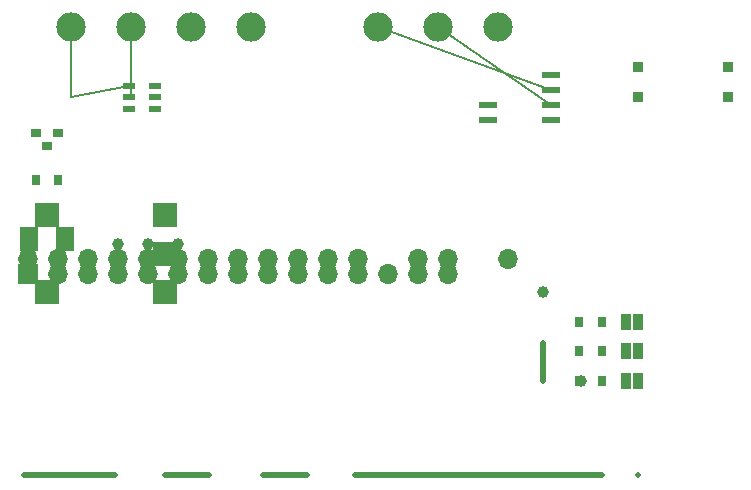
<source format=gtl>
G04 PiDoors HAT v2.0 - Top Copper Layer*
G04 Generated: 2026-01-10*
G04 Board Size: 65mm x 56.5mm*
%FSLAX46Y46*%
%MOIN*%
%TF.GenerationSoftware,PiDoors,PCBGenerator,2.0*%
%TF.SameCoordinates,Original*%
%TF.FileFunction,Copper,L1,Top*%
%TF.FilePolarity,Positive*%
G04 Aperture Definitions*
%ADD10C,0.006*%
%ADD11C,0.010*%
%ADD12C,0.020*%
%ADD13R,0.067X0.067*%
%ADD14O,0.067X0.067*%
%ADD15R,0.138X0.138*%
%ADD16R,0.063X0.134*%
%ADD17R,0.091X0.098*%
%ADD18C,0.039*%
%ADD19R,0.037X0.037*%
%ADD20O,0.098X0.098*%
%ADD21R,0.059X0.024*%
%ADD22R,0.039X0.024*%
%ADD23R,0.035X0.031*%
%ADD24R,0.037X0.055*%
%ADD25C,0.098*%
%ADD26R,0.079X0.079*%
%ADD27R,0.063X0.079*%
%ADD28R,0.031X0.037*%
%ADD29R,0.142X0.079*%
G04 Board Outline Reference (Edge.Cuts layer)*
G04 Rectangle: (0,0) to (65mm, 56.5mm)*
G04 Mounting Holes: H1(3.5,3.5) H2(61.5,3.5) H3(3.5,53) H4(61.5,53)*
G04*
G04 Power Section - 12V Input and Regulation*
D12*
X315000Y393701D02*
X620079Y393701D01*
G04 +12V trace from J2 barrel jack to F1 fuse*
X787402Y393701D02*
X933071Y393701D01*
G04 +12V_FUSED from F1 to D1 TVS*
X1114173Y393701D02*
X1259843Y393701D01*
G04 +12V_FUSED to D7 Schottky*
X1421260Y393701D02*
X1653543Y393701D01*
G04 +12V_FUSED to C1 capacitor*
X1653543Y393701D02*
X2047244Y393701D01*
G04 +12V_FUSED to U1 DC-DC converter*
G04*
G04 5V Power Distribution*
X2047244Y393701D02*
X2244094Y393701D01*
G04 +5V from U1 output*
X2362205Y393701D02*
X2362205Y393701D01*
G04 +5V to C2 filter cap*
G04*
G04 3.3V LDO Section*
X2047244Y708661D02*
X2047244Y834646D01*
G04 U2 LD1117S33 3.3V regulator output*
G04*
G04 GPIO Header J1 (2x20 Pin Socket)*
G04 Located at center: 32.5mm, 28.25mm*
D13*
X329724Y1065276D03*
G04 Pin 1: +3V3*
D14*
X329724Y1115315D03*
G04 Pin 2: +5V*
X429724Y1065276D03*
G04 Pin 3: I2C_SDA*
X429724Y1115315D03*
G04 Pin 4: +5V*
X529724Y1065276D03*
G04 Pin 5: I2C_SCL*
X529724Y1115315D03*
G04 Pin 6: GND*
X629724Y1065276D03*
G04 Pin 7: NC*
X629724Y1115315D03*
G04 Pin 8: GPIO14_TX*
X729724Y1065276D03*
G04 Pin 9: GND*
X729724Y1115315D03*
G04 Pin 10: GPIO15_RX*
X829724Y1065276D03*
G04 Pin 11: GPIO17_REX*
X829724Y1115315D03*
G04 Pin 12: GPIO18_RELAY*
X929724Y1065276D03*
G04 Pin 13: GPIO27_DOOR*
X929724Y1115315D03*
G04 Pin 14: GND*
X1029724Y1065276D03*
G04 Pin 15: GPIO22_LED_ERR*
X1029724Y1115315D03*
G04 Pin 16: GPIO23_D1*
X1129724Y1065276D03*
G04 Pin 17: +3V3*
X1129724Y1115315D03*
G04 Pin 18: GPIO24_D0*
X1229724Y1065276D03*
G04 Pin 19: SPI_MOSI*
X1229724Y1115315D03*
G04 Pin 20: GND*
X1329724Y1065276D03*
G04 Pin 21: SPI_MISO*
X1329724Y1115315D03*
G04 Pin 22: GPIO25_LED_OK*
X1429724Y1065276D03*
G04 Pin 23: SPI_SCLK*
X1429724Y1115315D03*
G04 Pin 24: SPI_CE0*
X1529724Y1065276D03*
G04 Pin 25: GND*
X1629724Y1065276D03*
G04 Pin 31: GPIO6_TAMPER*
X1629724Y1115315D03*
G04 Pin 32: GPIO12_BUZZER*
X1729724Y1065276D03*
G04 Pin 33: GPIO13_LED_ACT*
X1729724Y1115315D03*
G04 Pin 34: GND*
X1929724Y1115315D03*
G04 Pin 36: GPIO16_IRQ*
G04*
G04 Wiegand Interface Section*
G04 J3 Terminal Block at (12mm, 48mm)*
D20*
X472441Y1889764D03*
G04 J3 Pin 1: WIEG_D0*
X672441Y1889764D03*
G04 J3 Pin 2: WIEG_D1*
X872441Y1889764D03*
G04 J3 Pin 3: +5V*
X1072441Y1889764D03*
G04 J3 Pin 4: GND*
G04*
G04 U4 TXB0102 Level Shifter at (18mm, 42mm)*
D22*
X665354Y1614173D03*
G04 U4 Pin 1: +3V3*
X665354Y1653543D03*
G04 U4 Pin 2: +5V*
X665354Y1692913D03*
G04 U4 Pin 3: WIEG_D0_PROT*
X752756Y1692913D03*
G04 U4 Pin 4: GPIO24_D0*
X752756Y1653543D03*
G04 U4 Pin 5: WIEG_D1_PROT*
X752756Y1614173D03*
G04 U4 Pin 6: GPIO23_D1*
G04*
G04 Wiegand signal routing*
D10*
X472441Y1889764D02*
X472441Y1653543D01*
X665354Y1692913D01*
G04 WIEG_D0 trace*
X672441Y1889764D02*
X672441Y1653543D01*
X665354Y1653543D01*
G04 WIEG_D1 trace*
G04*
G04 RS-485 Interface Section*
G04 J4 Terminal Block at (38mm, 48mm)*
D20*
X1496063Y1889764D03*
G04 J4 Pin 1: RS485_A*
X1696063Y1889764D03*
G04 J4 Pin 2: RS485_B*
X1896063Y1889764D03*
G04 J4 Pin 3: GND*
G04*
G04 U3 MAX13487E Transceiver at (50mm, 42mm)*
D21*
X1862205Y1578346D03*
G04 U3 Pin 1: GPIO15_RX*
X1862205Y1628385D03*
G04 U3 Pin 4: GPIO14_TX*
X2074803Y1728385D03*
G04 U3 Pin 5: GND*
X2074803Y1678346D03*
G04 U3 Pin 6: RS485_A*
X2074803Y1628385D03*
G04 U3 Pin 7: RS485_B*
X2074803Y1578346D03*
G04 U3 Pin 8: +3V3*
G04*
G04 RS-485 signal routing*
D10*
X1496063Y1889764D02*
X2074803Y1678346D01*
G04 RS485_A trace*
X1696063Y1889764D02*
X2074803Y1628385D01*
G04 RS485_B trace*
G04*
G04 Relay Driver Section*
G04 K1 Relay at (10mm, 32mm)*
D26*
X393701Y1003937D03*
G04 K1 Coil+: +12V_FUSED*
X393701Y1259843D03*
G04 K1 Coil-: RELAY_COIL*
X787402Y1003937D03*
G04 K1 NO*
X787402Y1131890D03*
G04 K1 COM*
X787402Y1259843D03*
G04 K1 NC*
G04*
G04 Q1 MMBT2222A Driver at (10mm, 38mm)*
D23*
X356299Y1536220D03*
G04 Q1 Base: RELAY_BASE*
X431102Y1536220D03*
G04 Q1 Collector: RELAY_COIL*
X393701Y1492913D03*
G04 Q1 Emitter: GND*
G04*
G04 R5 Base Resistor*
D28*
X356299Y1377953D03*
X431102Y1377953D03*
G04 R5: GPIO18_RELAY to RELAY_BASE*
G04*
G04 D6 Flyback Diode*
D27*
X334646Y1181102D03*
X452756Y1181102D03*
G04 D6: RELAY_COIL to +12V_FUSED*
G04*
G04 LED Indicator Section*
G04 D8 Power LED, D9 OK LED, D10 Error LED*
D24*
X2322835Y708661D03*
X2362205Y708661D03*
G04 D8 Power LED*
X2322835Y807087D03*
X2362205Y807087D03*
G04 D9 OK LED*
X2322835Y905512D03*
X2362205Y905512D03*
G04 D10 Error LED*
G04*
G04 LED Current Limiting Resistors*
D28*
X2165354Y708661D03*
X2244094Y708661D03*
G04 R10: +5V to PWR_LED*
X2165354Y807087D03*
X2244094Y807087D03*
G04 R11: GPIO25 to LED_OK*
X2165354Y905512D03*
X2244094Y905512D03*
G04 R12: GPIO22 to LED_ERR*
G04*
G04 Optocoupler Door Sensor*
G04 U5 PC817 at (60mm, 42mm)*
D19*
X2362205Y1653543D03*
G04 U5 Pin 1: OPTO_LED*
X2362205Y1753543D03*
G04 U5 Pin 2: DOOR_SENSOR_GND*
X2662205Y1753543D03*
G04 U5 Pin 3: GPIO27_DOOR*
X2662205Y1653543D03*
G04 U5 Pin 4: +3V3*
G04*
G04 Vias*
D18*
X2047244Y1003937D03*
G04 Via: +12V_FUSED to B.Cu*
X630315Y1163780D03*
G04 Via: GPIO14_TX*
X730315Y1163780D03*
G04 Via: GPIO15_RX*
X829724Y1163780D03*
G04 Via: GPIO18_RELAY*
X929724Y1065276D03*
G04 Via: GPIO27_DOOR*
X2173228Y708661D03*
G04 Via: +5V power*
G04*
M02*

</source>
